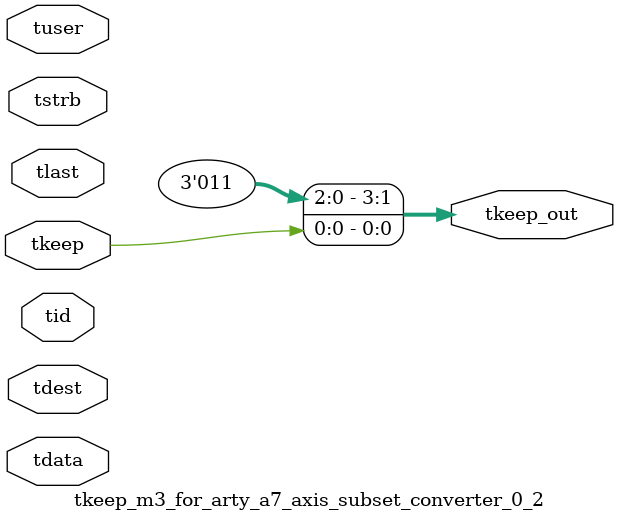
<source format=v>


`timescale 1ps/1ps

module tkeep_m3_for_arty_a7_axis_subset_converter_0_2 #
(
parameter C_S_AXIS_TDATA_WIDTH = 32,
parameter C_S_AXIS_TUSER_WIDTH = 0,
parameter C_S_AXIS_TID_WIDTH   = 0,
parameter C_S_AXIS_TDEST_WIDTH = 0,
parameter C_M_AXIS_TDATA_WIDTH = 32
)
(
input  [(C_S_AXIS_TDATA_WIDTH == 0 ? 1 : C_S_AXIS_TDATA_WIDTH)-1:0     ] tdata,
input  [(C_S_AXIS_TUSER_WIDTH == 0 ? 1 : C_S_AXIS_TUSER_WIDTH)-1:0     ] tuser,
input  [(C_S_AXIS_TID_WIDTH   == 0 ? 1 : C_S_AXIS_TID_WIDTH)-1:0       ] tid,
input  [(C_S_AXIS_TDEST_WIDTH == 0 ? 1 : C_S_AXIS_TDEST_WIDTH)-1:0     ] tdest,
input  [(C_S_AXIS_TDATA_WIDTH/8)-1:0 ] tkeep,
input  [(C_S_AXIS_TDATA_WIDTH/8)-1:0 ] tstrb,
input                                                                    tlast,
output [(C_M_AXIS_TDATA_WIDTH/8)-1:0 ] tkeep_out
);

assign tkeep_out = {2'b11,tkeep[0:0]};

endmodule


</source>
